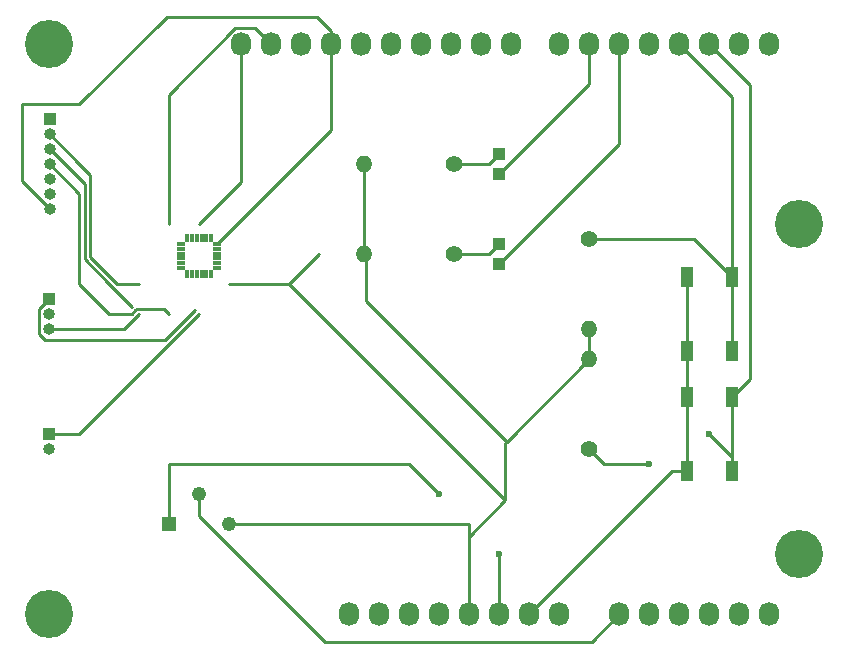
<source format=gtl>
G04 #@! TF.GenerationSoftware,KiCad,Pcbnew,(6.0.4)*
G04 #@! TF.CreationDate,2022-05-08T20:33:45-07:00*
G04 #@! TF.ProjectId,PCB_Design,5043425f-4465-4736-9967-6e2e6b696361,rev?*
G04 #@! TF.SameCoordinates,Original*
G04 #@! TF.FileFunction,Copper,L1,Top*
G04 #@! TF.FilePolarity,Positive*
%FSLAX46Y46*%
G04 Gerber Fmt 4.6, Leading zero omitted, Abs format (unit mm)*
G04 Created by KiCad (PCBNEW (6.0.4)) date 2022-05-08 20:33:45*
%MOMM*%
%LPD*%
G01*
G04 APERTURE LIST*
G04 Aperture macros list*
%AMRoundRect*
0 Rectangle with rounded corners*
0 $1 Rounding radius*
0 $2 $3 $4 $5 $6 $7 $8 $9 X,Y pos of 4 corners*
0 Add a 4 corners polygon primitive as box body*
4,1,4,$2,$3,$4,$5,$6,$7,$8,$9,$2,$3,0*
0 Add four circle primitives for the rounded corners*
1,1,$1+$1,$2,$3*
1,1,$1+$1,$4,$5*
1,1,$1+$1,$6,$7*
1,1,$1+$1,$8,$9*
0 Add four rect primitives between the rounded corners*
20,1,$1+$1,$2,$3,$4,$5,0*
20,1,$1+$1,$4,$5,$6,$7,0*
20,1,$1+$1,$6,$7,$8,$9,0*
20,1,$1+$1,$8,$9,$2,$3,0*%
G04 Aperture macros list end*
G04 #@! TA.AperFunction,ComponentPad*
%ADD10O,1.727200X2.032000*%
G04 #@! TD*
G04 #@! TA.AperFunction,ComponentPad*
%ADD11C,4.064000*%
G04 #@! TD*
G04 #@! TA.AperFunction,SMDPad,CuDef*
%ADD12R,1.000000X1.700000*%
G04 #@! TD*
G04 #@! TA.AperFunction,ComponentPad*
%ADD13C,1.400000*%
G04 #@! TD*
G04 #@! TA.AperFunction,ComponentPad*
%ADD14O,1.400000X1.400000*%
G04 #@! TD*
G04 #@! TA.AperFunction,ComponentPad*
%ADD15R,1.000000X1.000000*%
G04 #@! TD*
G04 #@! TA.AperFunction,ComponentPad*
%ADD16O,1.000000X1.000000*%
G04 #@! TD*
G04 #@! TA.AperFunction,SMDPad,CuDef*
%ADD17R,1.000000X1.100000*%
G04 #@! TD*
G04 #@! TA.AperFunction,ComponentPad*
%ADD18R,1.222000X1.222000*%
G04 #@! TD*
G04 #@! TA.AperFunction,ComponentPad*
%ADD19C,1.222000*%
G04 #@! TD*
G04 #@! TA.AperFunction,SMDPad,CuDef*
%ADD20RoundRect,0.006600X-0.313400X-0.103400X0.313400X-0.103400X0.313400X0.103400X-0.313400X0.103400X0*%
G04 #@! TD*
G04 #@! TA.AperFunction,SMDPad,CuDef*
%ADD21RoundRect,0.006600X0.103400X-0.313400X0.103400X0.313400X-0.103400X0.313400X-0.103400X-0.313400X0*%
G04 #@! TD*
G04 #@! TA.AperFunction,SMDPad,CuDef*
%ADD22RoundRect,0.006600X0.313400X0.103400X-0.313400X0.103400X-0.313400X-0.103400X0.313400X-0.103400X0*%
G04 #@! TD*
G04 #@! TA.AperFunction,SMDPad,CuDef*
%ADD23RoundRect,0.006600X-0.103400X0.313400X-0.103400X-0.313400X0.103400X-0.313400X0.103400X0.313400X0*%
G04 #@! TD*
G04 #@! TA.AperFunction,ViaPad*
%ADD24C,0.600000*%
G04 #@! TD*
G04 #@! TA.AperFunction,Conductor*
%ADD25C,0.250000*%
G04 #@! TD*
G04 APERTURE END LIST*
D10*
X138938000Y-123825000D03*
X141478000Y-123825000D03*
X144018000Y-123825000D03*
X146558000Y-123825000D03*
X149098000Y-123825000D03*
X151638000Y-123825000D03*
X154178000Y-123825000D03*
X156718000Y-123825000D03*
X161798000Y-123825000D03*
X164338000Y-123825000D03*
X166878000Y-123825000D03*
X169418000Y-123825000D03*
X171958000Y-123825000D03*
X174498000Y-123825000D03*
X129794000Y-75565000D03*
X132334000Y-75565000D03*
X134874000Y-75565000D03*
X137414000Y-75565000D03*
X139954000Y-75565000D03*
X142494000Y-75565000D03*
X145034000Y-75565000D03*
X147574000Y-75565000D03*
X150114000Y-75565000D03*
X152654000Y-75565000D03*
X156718000Y-75565000D03*
X159258000Y-75565000D03*
X161798000Y-75565000D03*
X164338000Y-75565000D03*
X166878000Y-75565000D03*
X169418000Y-75565000D03*
X171958000Y-75565000D03*
X174498000Y-75565000D03*
D11*
X113538000Y-123825000D03*
X177038000Y-118745000D03*
X113538000Y-75565000D03*
X177038000Y-90805000D03*
D12*
X167518000Y-111735000D03*
X167518000Y-105435000D03*
X171318000Y-111735000D03*
X171318000Y-105435000D03*
D13*
X159258000Y-92075000D03*
D14*
X159258000Y-99695000D03*
D15*
X113563000Y-81925000D03*
D16*
X113563000Y-83195000D03*
X113563000Y-84465000D03*
X113563000Y-85735000D03*
X113563000Y-87005000D03*
X113563000Y-88275000D03*
X113563000Y-89545000D03*
D17*
X151638000Y-94195000D03*
X151638000Y-92495000D03*
D18*
X123698000Y-116205000D03*
D19*
X126238000Y-113665000D03*
X128778000Y-116205000D03*
D13*
X147828000Y-85725000D03*
D14*
X140208000Y-85725000D03*
D15*
X113538000Y-97155000D03*
D16*
X113538000Y-98425000D03*
X113538000Y-99695000D03*
D13*
X147828000Y-93345000D03*
D14*
X140208000Y-93345000D03*
D17*
X151638000Y-86575000D03*
X151638000Y-84875000D03*
D20*
X124693000Y-92490000D03*
X124693000Y-92890000D03*
X124693000Y-93290000D03*
X124693000Y-93690000D03*
X124693000Y-94090000D03*
X124693000Y-94490000D03*
D21*
X125238000Y-95035000D03*
X125638000Y-95035000D03*
X126038000Y-95035000D03*
X126438000Y-95035000D03*
X126838000Y-95035000D03*
X127238000Y-95035000D03*
D22*
X127783000Y-94490000D03*
X127783000Y-94090000D03*
X127783000Y-93690000D03*
X127783000Y-93290000D03*
X127783000Y-92890000D03*
X127783000Y-92490000D03*
D23*
X127238000Y-91945000D03*
X126838000Y-91945000D03*
X126438000Y-91945000D03*
X126038000Y-91945000D03*
X125638000Y-91945000D03*
X125238000Y-91945000D03*
D13*
X159258000Y-109855000D03*
D14*
X159258000Y-102235000D03*
D15*
X113538000Y-108585000D03*
D16*
X113538000Y-109855000D03*
D12*
X167518000Y-101575000D03*
X167518000Y-95275000D03*
X171318000Y-101575000D03*
X171318000Y-95275000D03*
D24*
X146558000Y-113665000D03*
X151638000Y-118745000D03*
X146558000Y-113665000D03*
X169418000Y-108585000D03*
X164338000Y-111125000D03*
X164338000Y-111125000D03*
X164338000Y-111125000D03*
X169418000Y-108585000D03*
D25*
X152160500Y-109332500D02*
X152160500Y-114187500D01*
X128778000Y-116205000D02*
X149098000Y-116205000D01*
X149098000Y-117250000D02*
X149098000Y-123825000D01*
X159258000Y-102235000D02*
X152273000Y-109220000D01*
X152160500Y-114187500D02*
X149098000Y-117250000D01*
X152160500Y-114187500D02*
X133858000Y-95885000D01*
X149098000Y-116205000D02*
X149098000Y-117250000D01*
X140394197Y-97341197D02*
X140394197Y-93794520D01*
X133858000Y-95885000D02*
X128778000Y-95885000D01*
X133858000Y-95885000D02*
X136398000Y-93345000D01*
X152273000Y-109220000D02*
X140394197Y-97341197D01*
X140208000Y-85725000D02*
X140208000Y-93345000D01*
X140394197Y-93794520D02*
X140525859Y-93662858D01*
X152273000Y-109220000D02*
X152160500Y-109332500D01*
X159258000Y-99695000D02*
X159258000Y-102235000D01*
X113563000Y-89545000D02*
X111197520Y-87179520D01*
X133858000Y-111125000D02*
X144018000Y-111125000D01*
X123698000Y-116205000D02*
X123698000Y-111125000D01*
X137414000Y-75565000D02*
X137414000Y-82824480D01*
X167518000Y-101575000D02*
X167518000Y-105435000D01*
X123498480Y-73224520D02*
X136198480Y-73224520D01*
X167518000Y-105435000D02*
X167518000Y-111735000D01*
X111197520Y-80645000D02*
X116078000Y-80645000D01*
X167518000Y-111735000D02*
X166268000Y-111735000D01*
X166268000Y-111735000D02*
X154178000Y-123825000D01*
X123698000Y-111125000D02*
X133858000Y-111125000D01*
X116078000Y-80645000D02*
X123498480Y-73224520D01*
X144018000Y-111125000D02*
X146558000Y-113665000D01*
X167518000Y-95275000D02*
X167518000Y-101575000D01*
X137414000Y-82824480D02*
X127783000Y-92455480D01*
X151638000Y-123825000D02*
X151638000Y-118745000D01*
X136198480Y-73224520D02*
X137414000Y-74440040D01*
X111197520Y-87179520D02*
X111197520Y-80645000D01*
X137414000Y-74440040D02*
X137414000Y-75565000D01*
X159457520Y-126165480D02*
X161798000Y-123825000D01*
X126238000Y-115536022D02*
X136867458Y-126165480D01*
X136867458Y-126165480D02*
X159457520Y-126165480D01*
X126238000Y-113665000D02*
X126238000Y-115536022D01*
X129301865Y-74224480D02*
X123698000Y-79828345D01*
X123698000Y-79828345D02*
X123698000Y-90805000D01*
X130993480Y-74224480D02*
X129301865Y-74224480D01*
X132334000Y-75565000D02*
X130993480Y-74224480D01*
X129794000Y-87249000D02*
X126238000Y-90805000D01*
X129794000Y-75565000D02*
X129794000Y-87249000D01*
X159258000Y-78955000D02*
X159258000Y-75565000D01*
X151638000Y-86575000D02*
X159258000Y-78955000D01*
X151638000Y-94195000D02*
X161798000Y-84035000D01*
X161798000Y-84035000D02*
X161798000Y-75565000D01*
X171318000Y-101575000D02*
X171318000Y-95275000D01*
X168118000Y-92075000D02*
X171318000Y-95275000D01*
X171318000Y-80005000D02*
X166878000Y-75565000D01*
X171318000Y-95275000D02*
X171318000Y-80005000D01*
X159258000Y-92075000D02*
X168118000Y-92075000D01*
X159258000Y-109855000D02*
X160528000Y-111125000D01*
X172874328Y-79021328D02*
X169418000Y-75565000D01*
X171318000Y-105435000D02*
X172874328Y-103878672D01*
X171318000Y-110485000D02*
X171318000Y-111735000D01*
X171318000Y-111735000D02*
X171318000Y-105435000D01*
X160528000Y-111125000D02*
X164338000Y-111125000D01*
X172874328Y-103878672D02*
X172874328Y-79021328D01*
X169418000Y-108585000D02*
X171318000Y-110485000D01*
X147828000Y-85725000D02*
X150788000Y-85725000D01*
X150788000Y-85725000D02*
X151638000Y-84875000D01*
X147828000Y-93345000D02*
X150788000Y-93345000D01*
X150788000Y-93345000D02*
X151638000Y-92495000D01*
X116078000Y-108585000D02*
X126238000Y-98425000D01*
X113538000Y-108585000D02*
X116078000Y-108585000D01*
X113538000Y-97155000D02*
X112713489Y-97979511D01*
X113220141Y-100647141D02*
X123380141Y-100647141D01*
X123380141Y-100647141D02*
X125920141Y-98107141D01*
X112713489Y-97979511D02*
X112713489Y-100140489D01*
X112713489Y-100140489D02*
X113220141Y-100647141D01*
X113538000Y-99695000D02*
X119888000Y-99695000D01*
X119888000Y-99695000D02*
X121158000Y-98425000D01*
X113563000Y-83195000D02*
X116078000Y-85710000D01*
X116078000Y-85725000D02*
X116977040Y-86624040D01*
X119253718Y-95885000D02*
X121158000Y-95885000D01*
X116977040Y-93608322D02*
X119253718Y-95885000D01*
X116977040Y-86624040D02*
X116977040Y-93608322D01*
X116078000Y-85710000D02*
X116078000Y-85725000D01*
X118618000Y-95885000D02*
X120522282Y-97789283D01*
X113563000Y-84465000D02*
X116527520Y-87429520D01*
X116527520Y-90805000D02*
X116527520Y-93794520D01*
X116527520Y-87429520D02*
X116527520Y-90805000D01*
X116527520Y-93794520D02*
X118618000Y-95885000D01*
X113563000Y-85735000D02*
X116078000Y-88250000D01*
X116078000Y-95885000D02*
X118618000Y-98425000D01*
X116078000Y-88250000D02*
X116078000Y-95885000D01*
X123248480Y-97975480D02*
X123698000Y-98425000D01*
X120840141Y-98107141D02*
X120971802Y-97975480D01*
X120522282Y-98425000D02*
X120840141Y-98107141D01*
X118618000Y-98425000D02*
X120522282Y-98425000D01*
X120971802Y-97975480D02*
X123248480Y-97975480D01*
M02*

</source>
